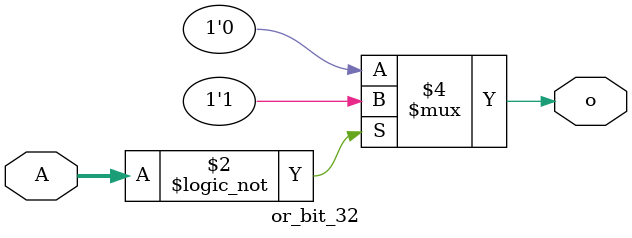
<source format=v>
`timescale 1ns / 1ps
module or_bit_32(input [31:0] A,
					  output o
    );
always @ (*)
	if (A == 0)
		o <= 1;
	else 
		o <= 0;

endmodule

</source>
